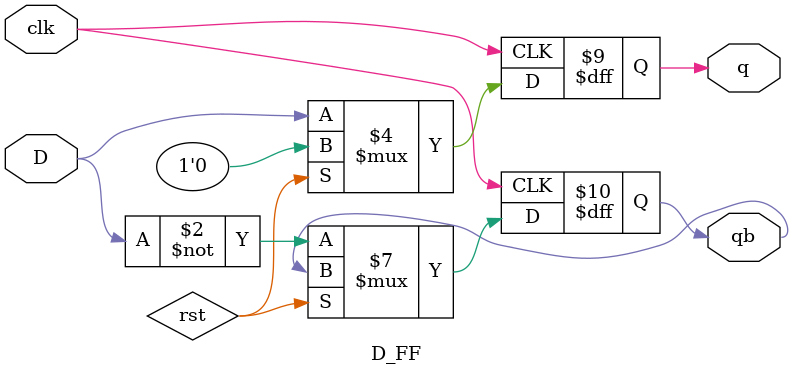
<source format=v>
module D_FF(clk,D,q,qb);
   input clk,D;
   output reg q,qb;
   always @(posedge clk)
    begin
	  if(rst)
	    q<=0;
	  else
        begin
		 q=D;
		 qb=~q;
		end
	end
endmodule

</source>
